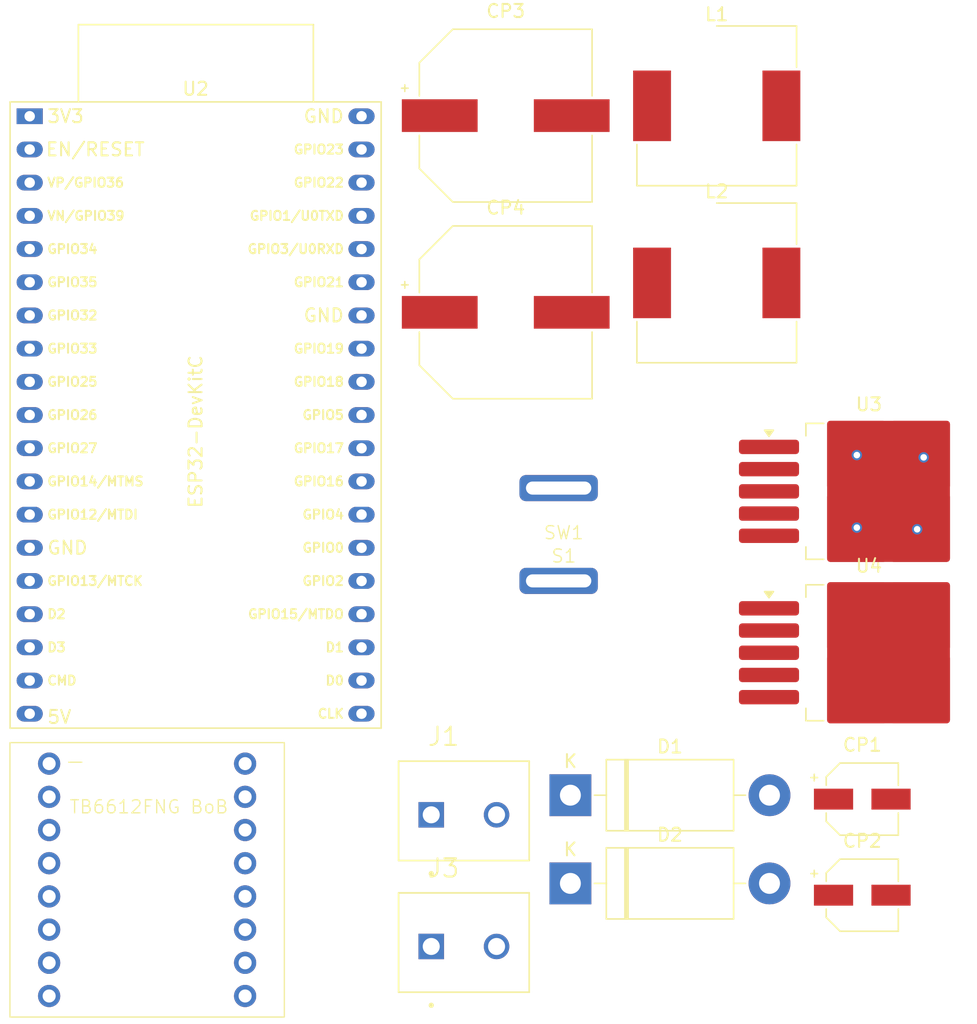
<source format=kicad_pcb>
(kicad_pcb (version 20240108) (generator "pcbnew") (generator_version "8.0")
  (layers (0 "F.Cu" signal) (31 "B.Cu" signal) (34 "B.Paste" user) (35 "F.Paste" user) (36 "B.SilkS" user "B.Silkscreen") (37 "F.SilkS" user "F.Silkscreen") (38 "B.Mask" user) (39 "F.Mask" user) (44 "Edge.Cuts" user))
  (net 0 "")
  (net 32 "Net-(U2-GND-Pad14)")
  (net 53 "Net-(D1-A)")
  (net 54 "Net-(J1-Pin_1)")
  (net 55 "Net-(J3-Pin_1)")
  (net 56 "Net-(U4-FB)")
  (net 57 "Net-(D1-K)")
  (net 58 "Net-(D2-K)")
  (footprint "terminal:CUI_TB002-500-02BE" (layer "F.Cu") (at 150.81 117.425)
    (property "Reference" "J3" (at 0.945 -5.989 0) (layer "F.SilkS") (effects (font (size 1.4 1.4))))
    (property "Value" "Screw_Terminal_01x02")
    (fp_line (start -2.5 -4.1) (end 7.5 -4.1) (stroke (width 0.127)) (layer "F.SilkS"))
    (fp_line (start -2.5 3.5) (end -2.5 -4.1) (stroke (width 0.127)) (layer "F.SilkS"))
    (fp_line (start 7.5 -4.1) (end 7.5 3.5) (stroke (width 0.127)) (layer "F.SilkS"))
    (fp_line (start 7.5 3.5) (end -2.5 3.5) (stroke (width 0.127)) (layer "F.SilkS"))
    (fp_circle (center 0 4.5) (end 0.1 4.5) (stroke (width 0.2)) (fill none) (layer "F.SilkS"))
    (pad "1" thru_hole rect (at 0 0) (size 1.95 1.95) (drill 1.3) (layers "*.Cu" "*.Mask") (net 55 "Net-(J3-Pin_1)"))
    (pad "2" thru_hole circle (at 5 0) (size 1.95 1.95) (drill 1.3) (layers "*.Cu" "*.Mask") (net 53 "Net-(D1-A)"))
  )
  (footprint "WurthE:CP_Wurth_WCAP-PSLP-D5L5.5" (layer "F.Cu") (at 183.8 113.5)
    (property "Reference" "CP2" (at 0 -4.15 0) (layer "F.SilkS"))
    (property "Value" "D5L5.5_875105242010")
    (fp_line (start -3.675 -1.4) (end -3.675 -1.9) (stroke (width 0.12)) (layer "F.SilkS"))
    (fp_line (start -3.425 -1.65) (end -3.925 -1.65) (stroke (width 0.12)) (layer "F.SilkS"))
    (fp_line (start -2.76 -1.7) (end -2.76 -1.06) (stroke (width 0.12)) (layer "F.SilkS"))
    (fp_line (start -2.76 -1.7) (end -1.7 -2.76) (stroke (width 0.12)) (layer "F.SilkS"))
    (fp_line (start -2.76 1.7) (end -2.76 1.06) (stroke (width 0.12)) (layer "F.SilkS"))
    (fp_line (start -2.76 1.7) (end -1.7 2.76) (stroke (width 0.12)) (layer "F.SilkS"))
    (fp_line (start -1.7 -2.76) (end 2.76 -2.76) (stroke (width 0.12)) (layer "F.SilkS"))
    (fp_line (start -1.7 2.76) (end 2.76 2.76) (stroke (width 0.12)) (layer "F.SilkS"))
    (fp_line (start 2.76 -2.76) (end 2.76 -1.06) (stroke (width 0.12)) (layer "F.SilkS"))
    (fp_line (start 2.76 1.06) (end 2.76 2.76) (stroke (width 0.12)) (layer "F.SilkS"))
    (pad "1" smd rect (at -2.2 0) (size 3 1.6) (layers "F.Cu" "F.Paste" "F.Mask") (net 54 "Net-(J1-Pin_1)"))
    (pad "2" smd rect (at 2.2 0) (size 3 1.6) (layers "F.Cu" "F.Paste" "F.Mask") (net 53 "Net-(D1-A)"))
  )
  (footprint "Diode_THT:D_DO-201AD_P15.24mm_Horizontal" (layer "F.Cu") (at 161.46 112.6)
    (property "Reference" "D2" (at 7.62 -3.72 0) (layer "F.SilkS"))
    (property "Value" "1N5822")
    (fp_line (start 1.84 0) (end 2.75 0) (stroke (width 0.12)) (layer "F.SilkS"))
    (fp_line (start 2.75 -2.72) (end 2.75 2.72) (stroke (width 0.12)) (layer "F.SilkS"))
    (fp_line (start 2.75 2.72) (end 12.49 2.72) (stroke (width 0.12)) (layer "F.SilkS"))
    (fp_line (start 4.175 -2.72) (end 4.175 2.72) (stroke (width 0.12)) (layer "F.SilkS"))
    (fp_line (start 4.295 -2.72) (end 4.295 2.72) (stroke (width 0.12)) (layer "F.SilkS"))
    (fp_line (start 4.415 -2.72) (end 4.415 2.72) (stroke (width 0.12)) (layer "F.SilkS"))
    (fp_line (start 12.49 -2.72) (end 2.75 -2.72) (stroke (width 0.12)) (layer "F.SilkS"))
    (fp_line (start 12.49 2.72) (end 12.49 -2.72) (stroke (width 0.12)) (layer "F.SilkS"))
    (fp_line (start 13.4 0) (end 12.49 0) (stroke (width 0.12)) (layer "F.SilkS"))
    (fp_text user "K" (at 0 -2.6 0) (layer "F.SilkS"))
    (pad "1" thru_hole rect (at 0 0) (size 3.2 3.2) (drill 1.6) (layers "*.Cu" "*.Mask") (net 58 "Net-(D2-K)"))
    (pad "2" thru_hole oval (at 15.24 0) (size 3.2 3.2) (drill 1.6) (layers "*.Cu" "*.Mask") (net 53 "Net-(D1-A)"))
  )
  (footprint "WurthE:CP_Wurth_WCAP-ASLI-D12.5L14" (layer "F.Cu") (at 156.51 68.9)
    (property "Reference" "CP4" (at 0 -8 0) (layer "F.SilkS"))
    (property "Value" "D12.5L14_865080462016")
    (fp_line (start -7.725 -1.85) (end -7.725 -2.35) (stroke (width 0.12)) (layer "F.SilkS"))
    (fp_line (start -7.475 -2.1) (end -7.975 -2.1) (stroke (width 0.12)) (layer "F.SilkS"))
    (fp_line (start -6.61 -4.05) (end -6.61 -1.51) (stroke (width 0.12)) (layer "F.SilkS"))
    (fp_line (start -6.61 -4.05) (end -4.05 -6.61) (stroke (width 0.12)) (layer "F.SilkS"))
    (fp_line (start -6.61 4.05) (end -6.61 1.51) (stroke (width 0.12)) (layer "F.SilkS"))
    (fp_line (start -6.61 4.05) (end -4.05 6.61) (stroke (width 0.12)) (layer "F.SilkS"))
    (fp_line (start -4.05 -6.61) (end 6.61 -6.61) (stroke (width 0.12)) (layer "F.SilkS"))
    (fp_line (start -4.05 6.61) (end 6.61 6.61) (stroke (width 0.12)) (layer "F.SilkS"))
    (fp_line (start 6.61 -6.61) (end 6.61 -1.51) (stroke (width 0.12)) (layer "F.SilkS"))
    (fp_line (start 6.61 1.51) (end 6.61 6.61) (stroke (width 0.12)) (layer "F.SilkS"))
    (pad "1" smd rect (at -5.05 0) (size 5.8 2.5) (layers "F.Cu" "F.Paste" "F.Mask") (net 56 "Net-(U4-FB)"))
    (pad "2" smd rect (at 5.05 0) (size 5.8 2.5) (layers "F.Cu" "F.Paste" "F.Mask") (net 53 "Net-(D1-A)"))
  )
  (footprint "WurthE:CP_Wurth_WCAP-PSLP-D5L5.5" (layer "F.Cu") (at 183.8 106.15)
    (property "Reference" "CP1" (at 0 -4.15 0) (layer "F.SilkS"))
    (property "Value" "D5L5.5_875105242010")
    (fp_line (start -3.675 -1.4) (end -3.675 -1.9) (stroke (width 0.12)) (layer "F.SilkS"))
    (fp_line (start -3.425 -1.65) (end -3.925 -1.65) (stroke (width 0.12)) (layer "F.SilkS"))
    (fp_line (start -2.76 -1.7) (end -2.76 -1.06) (stroke (width 0.12)) (layer "F.SilkS"))
    (fp_line (start -2.76 -1.7) (end -1.7 -2.76) (stroke (width 0.12)) (layer "F.SilkS"))
    (fp_line (start -2.76 1.7) (end -2.76 1.06) (stroke (width 0.12)) (layer "F.SilkS"))
    (fp_line (start -2.76 1.7) (end -1.7 2.76) (stroke (width 0.12)) (layer "F.SilkS"))
    (fp_line (start -1.7 -2.76) (end 2.76 -2.76) (stroke (width 0.12)) (layer "F.SilkS"))
    (fp_line (start -1.7 2.76) (end 2.76 2.76) (stroke (width 0.12)) (layer "F.SilkS"))
    (fp_line (start 2.76 -2.76) (end 2.76 -1.06) (stroke (width 0.12)) (layer "F.SilkS"))
    (fp_line (start 2.76 1.06) (end 2.76 2.76) (stroke (width 0.12)) (layer "F.SilkS"))
    (pad "1" smd rect (at -2.2 0) (size 3 1.6) (layers "F.Cu" "F.Paste" "F.Mask") (net 54 "Net-(J1-Pin_1)"))
    (pad "2" smd rect (at 2.2 0) (size 3 1.6) (layers "F.Cu" "F.Paste" "F.Mask") (net 53 "Net-(D1-A)"))
  )
  (footprint "WE-PD:L_Wurth_WE-PD-1245" (layer "F.Cu") (at 172.66 66.65)
    (property "Reference" "L2" (at 0 -7 0) (layer "F.SilkS"))
    (property "Value" "1245_7447715101 (100uH)")
    (fp_line (start -6.11 6.11) (end -6.11 2.96) (stroke (width 0.12)) (layer "F.SilkS"))
    (fp_line (start -6.11 6.11) (end 6.11 6.11) (stroke (width 0.12)) (layer "F.SilkS"))
    (fp_line (start 0 -6.11) (end 6.11 -6.11) (stroke (width 0.12)) (layer "F.SilkS"))
    (fp_line (start 6.11 -6.11) (end 6.11 -2.96) (stroke (width 0.12)) (layer "F.SilkS"))
    (fp_line (start 6.11 2.96) (end 6.11 6.11) (stroke (width 0.12)) (layer "F.SilkS"))
    (pad "1" smd rect (at -4.95 0) (size 2.9 5.4) (layers "F.Cu" "F.Paste" "F.Mask") (net 58 "Net-(D2-K)"))
    (pad "2" smd rect (at 4.95 0) (size 2.9 5.4) (layers "F.Cu" "F.Paste" "F.Mask") (net 55 "Net-(J3-Pin_1)"))
  )
  (footprint "PCM_Espressif:ESP32-DevKitC" (layer "F.Cu") (at 120.075 53.89812)
    (property "Reference" "U2" (at 12.7 -2.1 0) (layer "F.SilkS"))
    (property "Value" "ESP32-DevKitC" (at 12.7 24.13 90) (layer "F.SilkS"))
    (fp_line (start -1.5 46.82) (end 26.899999 46.82) (stroke (width 0.12)) (layer "F.SilkS"))
    (fp_line (start -1.499999 -1.1) (end -1.5 46.82) (stroke (width 0.12)) (layer "F.SilkS"))
    (fp_line (start 3.73012 -7.01312) (end 21.71332 -7.01312) (stroke (width 0.12)) (layer "F.SilkS"))
    (fp_line (start 3.73012 -1.12032) (end 3.73012 -7.01312) (stroke (width 0.12)) (layer "F.SilkS"))
    (fp_line (start 21.71332 -7.01312) (end 21.71332 -1.12032) (stroke (width 0.12)) (layer "F.SilkS"))
    (fp_line (start 26.899999 46.82) (end 26.9 -1.1) (stroke (width 0.12)) (layer "F.SilkS"))
    (fp_line (start 26.9 -1.1) (end -1.499999 -1.1) (stroke (width 0.12)) (layer "F.SilkS"))
    (fp_text user "GPIO27" (at 1.27 25.4 0) (layer "F.SilkS") (effects (font (size 0.7 0.7)) (justify left)))
    (fp_text user "GPIO19" (at 24.13 17.78 0) (layer "F.SilkS") (effects (font (size 0.7 0.7)) (justify right)))
    (fp_text user "GPIO18" (at 24.13 20.32 0) (layer "F.SilkS") (effects (font (size 0.7 0.7)) (justify right)))
    (fp_text user "GPIO15/MTDO" (at 24.13 38.1 0) (layer "F.SilkS") (effects (font (size 0.7 0.7)) (justify right)))
    (fp_text user "GPIO17" (at 24.13 25.4 0) (layer "F.SilkS") (effects (font (size 0.7 0.7)) (justify right)))
    (fp_text user "GPIO16" (at 24.13 27.94 0) (layer "F.SilkS") (effects (font (size 0.7 0.7)) (justify right)))
    (fp_text user "GPIO2" (at 24.13 35.56 0) (layer "F.SilkS") (effects (font (size 0.7 0.7)) (justify right)))
    (fp_text user "GPIO26" (at 1.27 22.86 0) (layer "F.SilkS") (effects (font (size 0.7 0.7)) (justify left)))
    (fp_text user "GND" (at 24.13 15.24 0) (layer "F.SilkS") (effects (justify right)))
    (fp_text user "EN/RESET" (at 8.88632 2.53728 0) (layer "F.SilkS") (effects (justify right)))
    (fp_text user "GPIO21" (at 24.13 12.7 0) (layer "F.SilkS") (effects (font (size 0.7 0.7)) (justify right)))
    (fp_text user "GPIO3/U0RXD" (at 24.13 10.16 0) (layer "F.SilkS") (effects (font (size 0.7 0.7)) (justify right)))
    (fp_text user "GPIO34" (at 1.27 10.16 0) (layer "F.SilkS") (effects (font (size 0.7 0.7)) (justify left)))
    (fp_text user "GPIO14/MTMS" (at 1.27 27.94 0) (layer "F.SilkS") (effects (font (size 0.7 0.7)) (justify left)))
    (fp_text user "GPIO0" (at 24.13 33.02 0) (layer "F.SilkS") (effects (font (size 0.7 0.7)) (justify right)))
    (fp_text user "GND" (at 24.13 0 0) (layer "F.SilkS") (effects (justify right)))
    (fp_text user "GPIO33" (at 1.27 17.78 0) (layer "F.SilkS") (effects (font (size 0.7 0.7)) (justify left)))
    (fp_text user "D1" (at 24.13 40.64 0) (layer "F.SilkS") (effects (font (size 0.7 0.7)) (justify right)))
    (fp_text user "GPIO25" (at 1.27 20.32 0) (layer "F.SilkS") (effects (font (size 0.7 0.7)) (justify left)))
    (fp_text user "GPIO12/MTDI" (at 1.27 30.48 0) (layer "F.SilkS") (effects (font (size 0.7 0.7)) (justify left)))
    (fp_text user "GPIO4" (at 24.13 30.48 0) (layer "F.SilkS") (effects (font (size 0.7 0.7)) (justify right)))
    (fp_text user "GPIO23" (at 24.13 2.54 0) (layer "F.SilkS") (effects (font (size 0.7 0.7)) (justify right)))
    (fp_text user "GPIO32" (at 1.27 15.24 0) (layer "F.SilkS") (effects (font (size 0.7 0.7)) (justify left)))
    (fp_text user "GPIO5" (at 24.13 22.86 0) (layer "F.SilkS") (effects (font (size 0.7 0.7)) (justify right)))
    (fp_text user "CLK" (at 24.13 45.72 0) (layer "F.SilkS") (effects (font (size 0.7 0.7)) (justify right)))
    (fp_text user "GND" (at 1.27 33.02 0) (layer "F.SilkS") (effects (justify left)))
    (fp_text user "D0" (at 24.13 43.18 0) (layer "F.SilkS") (effects (font (size 0.7 0.7)) (justify right)))
    (fp_text user "VN/GPIO39" (at 1.27 7.62 0) (layer "F.SilkS") (effects (font (size 0.7 0.7)) (justify left)))
    (fp_text user "GPIO1/U0TXD" (at 24.13 7.62 0) (layer "F.SilkS") (effects (font (size 0.7 0.7)) (justify right)))
    (fp_text user "GPIO22" (at 24.13 5.08 0) (layer "F.SilkS") (effects (font (size 0.7 0.7)) (justify right)))
    (fp_text user "D2" (at 1.27 38.1 0) (layer "F.SilkS") (effects (font (size 0.7 0.7)) (justify left)))
    (fp_text user "VP/GPIO36" (at 1.27 5.08 0) (layer "F.SilkS") (effects (font (size 0.7 0.7)) (justify left)))
    (fp_text user "3V3" (at 1.27 0 0) (layer "F.SilkS") (effects (justify left)))
    (fp_text user "CMD" (at 1.27 43.18 0) (layer "F.SilkS") (effects (font (size 0.7 0.7)) (justify left)))
    (fp_text user "GPIO13/MTCK" (at 1.27 35.56 0) (layer "F.SilkS") (effects (font (size 0.7 0.7)) (justify left)))
    (fp_text user "GPIO35" (at 1.27 12.7 0) (layer "F.SilkS") (effects (font (size 0.7 0.7)) (justify left)))
    (fp_text user "5V" (at 1.26632 45.97128 0) (layer "F.SilkS") (effects (justify left)))
    (fp_text user "D3" (at 1.27 40.64 0) (layer "F.SilkS") (effects (font (size 0.7 0.7)) (justify left)))
    (pad "1" thru_hole rect (at 0 0 270) (size 1.2 2) (drill 0.8) (layers "*.Cu" "*.Mask"))
    (pad "2" thru_hole oval (at 0 2.54 270) (size 1.2 2) (drill 0.8) (layers "*.Cu" "*.Mask"))
    (pad "3" thru_hole oval (at 0 5.08 270) (size 1.2 2) (drill 0.8) (layers "*.Cu" "*.Mask"))
    (pad "4" thru_hole oval (at 0 7.62 270) (size 1.2 2) (drill 0.8) (layers "*.Cu" "*.Mask"))
    (pad "5" thru_hole oval (at 0 10.16 270) (size 1.2 2) (drill 0.8) (layers "*.Cu" "*.Mask"))
    (pad "6" thru_hole oval (at 0 12.7 270) (size 1.2 2) (drill 0.8) (layers "*.Cu" "*.Mask"))
    (pad "7" thru_hole oval (at 0 15.24 270) (size 1.2 2) (drill 0.8) (layers "*.Cu" "*.Mask"))
    (pad "8" thru_hole oval (at 0 17.78 270) (size 1.2 2) (drill 0.8) (layers "*.Cu" "*.Mask"))
    (pad "9" thru_hole oval (at 0 20.32 270) (size 1.2 2) (drill 0.8) (layers "*.Cu" "*.Mask"))
    (pad "10" thru_hole oval (at 0 22.86 270) (size 1.2 2) (drill 0.8) (layers "*.Cu" "*.Mask"))
    (pad "11" thru_hole oval (at 0 25.4 270) (size 1.2 2) (drill 0.8) (layers "*.Cu" "*.Mask"))
    (pad "12" thru_hole oval (at 0 27.94 270) (size 1.2 2) (drill 0.8) (layers "*.Cu" "*.Mask"))
    (pad "13" thru_hole oval (at 0 30.48 270) (size 1.2 2) (drill 0.8) (layers "*.Cu" "*.Mask"))
    (pad "14" thru_hole oval (at 0 33.02 270) (size 1.2 2) (drill 0.8) (layers "*.Cu" "*.Mask") (net 32 "Net-(U2-GND-Pad14)"))
    (pad "15" thru_hole oval (at 0 35.56 270) (size 1.2 2) (drill 0.8) (layers "*.Cu" "*.Mask"))
    (pad "16" thru_hole oval (at 0 38.1 270) (size 1.2 2) (drill 0.8) (layers "*.Cu" "*.Mask"))
    (pad "17" thru_hole oval (at 0 40.64 270) (size 1.2 2) (drill 0.8) (layers "*.Cu" "*.Mask"))
    (pad "18" thru_hole oval (at 0 43.18 270) (size 1.2 2) (drill 0.8) (layers "*.Cu" "*.Mask"))
    (pad "19" thru_hole oval (at 0 45.72 270) (size 1.2 2) (drill 0.8) (layers "*.Cu" "*.Mask"))
    (pad "20" thru_hole oval (at 25.39632 45.71728 270) (size 1.2 2) (drill 0.8) (layers "*.Cu" "*.Mask"))
    (pad "21" thru_hole oval (at 25.39632 43.17728 270) (size 1.2 2) (drill 0.8) (layers "*.Cu" "*.Mask"))
    (pad "22" thru_hole oval (at 25.4 40.64 270) (size 1.2 2) (drill 0.8) (layers "*.Cu" "*.Mask"))
    (pad "23" thru_hole oval (at 25.4 38.1 270) (size 1.2 2) (drill 0.8) (layers "*.Cu" "*.Mask"))
    (pad "24" thru_hole oval (at 25.4 35.56 270) (size 1.2 2) (drill 0.8) (layers "*.Cu" "*.Mask"))
    (pad "25" thru_hole oval (at 25.4 33.02 270) (size 1.2 2) (drill 0.8) (layers "*.Cu" "*.Mask"))
    (pad "26" thru_hole oval (at 25.4 30.48 270) (size 1.2 2) (drill 0.8) (layers "*.Cu" "*.Mask"))
    (pad "27" thru_hole oval (at 25.4 27.94 270) (size 1.2 2) (drill 0.8) (layers "*.Cu" "*.Mask"))
    (pad "28" thru_hole oval (at 25.4 25.4 270) (size 1.2 2) (drill 0.8) (layers "*.Cu" "*.Mask"))
    (pad "29" thru_hole oval (at 25.4 22.86 270) (size 1.2 2) (drill 0.8) (layers "*.Cu" "*.Mask"))
    (pad "30" thru_hole oval (at 25.4 20.32 270) (size 1.2 2) (drill 0.8) (layers "*.Cu" "*.Mask"))
    (pad "31" thru_hole oval (at 25.4 17.78 270) (size 1.2 2) (drill 0.8) (layers "*.Cu" "*.Mask"))
    (pad "32" thru_hole oval (at 25.4 15.24 270) (size 1.2 2) (drill 0.8) (layers "*.Cu" "*.Mask") (net 32 "Net-(U2-GND-Pad14)"))
    (pad "33" thru_hole oval (at 25.4 12.7 270) (size 1.2 2) (drill 0.8) (layers "*.Cu" "*.Mask"))
    (pad "34" thru_hole oval (at 25.4 10.16 270) (size 1.2 2) (drill 0.8) (layers "*.Cu" "*.Mask"))
    (pad "35" thru_hole oval (at 25.4 7.62 270) (size 1.2 2) (drill 0.8) (layers "*.Cu" "*.Mask"))
    (pad "36" thru_hole oval (at 25.4 5.08 270) (size 1.2 2) (drill 0.8) (layers "*.Cu" "*.Mask"))
    (pad "37" thru_hole oval (at 25.4 2.54 270) (size 1.2 2) (drill 0.8) (layers "*.Cu" "*.Mask"))
    (pad "38" thru_hole oval (at 25.4 0 270) (size 1.2 2) (drill 0.8) (layers "*.Cu" "*.Mask") (net 32 "Net-(U2-GND-Pad14)"))
  )
  (footprint "custom:TB6612FNG_BoB" (layer "F.Cu") (at 129.065 112.325)
    (property "Reference" "U1" (hide yes))
    (property "Value" "~" (hide yes))
    (fp_line (start -6 -9) (end -5 -9) (stroke (width 0.1)) (layer "F.SilkS"))
    (fp_rect (start -10.5 -10.5) (end 10.5 10.5) (stroke (width 0.1)) (fill none) (layer "F.SilkS"))
    (fp_text user "TB6612FNG BoB" (at -6 -5 0) (layer "F.SilkS") (effects (font (thickness 0.1)) (justify left bottom)))
    (pad "1" thru_hole circle (at -7.5 -8.89) (size 1.7 1.7) (drill 1) (layers "*.Cu" "*.Mask"))
    (pad "2" thru_hole circle (at -7.5 -6.35) (size 1.7 1.7) (drill 1) (layers "*.Cu" "*.Mask"))
    (pad "3" thru_hole circle (at -7.5 -3.81) (size 1.7 1.7) (drill 1) (layers "*.Cu" "*.Mask"))
    (pad "4" thru_hole circle (at -7.5 -1.27) (size 1.7 1.7) (drill 1) (layers "*.Cu" "*.Mask"))
    (pad "5" thru_hole circle (at -7.5 1.27) (size 1.7 1.7) (drill 1) (layers "*.Cu" "*.Mask"))
    (pad "6" thru_hole circle (at -7.5 3.81) (size 1.7 1.7) (drill 1) (layers "*.Cu" "*.Mask"))
    (pad "7" thru_hole circle (at -7.5 6.35) (size 1.7 1.7) (drill 1) (layers "*.Cu" "*.Mask"))
    (pad "8" thru_hole circle (at -7.5 8.89) (size 1.7 1.7) (drill 1) (layers "*.Cu" "*.Mask"))
    (pad "9" thru_hole circle (at 7.5 8.89) (size 1.7 1.7) (drill 1) (layers "*.Cu" "*.Mask"))
    (pad "10" thru_hole circle (at 7.5 6.35) (size 1.7 1.7) (drill 1) (layers "*.Cu" "*.Mask"))
    (pad "11" thru_hole circle (at 7.5 3.81) (size 1.7 1.7) (drill 1) (layers "*.Cu" "*.Mask"))
    (pad "12" thru_hole circle (at 7.5 1.27) (size 1.7 1.7) (drill 1) (layers "*.Cu" "*.Mask"))
    (pad "13" thru_hole circle (at 7.5 -1.27) (size 1.7 1.7) (drill 1) (layers "*.Cu" "*.Mask"))
    (pad "14" thru_hole circle (at 7.5 -3.81) (size 1.7 1.7) (drill 1) (layers "*.Cu" "*.Mask"))
    (pad "15" thru_hole circle (at 7.5 -6.35) (size 1.7 1.7) (drill 1) (layers "*.Cu" "*.Mask"))
    (pad "16" thru_hole circle (at 7.5 -8.89) (size 1.7 1.7) (drill 1) (layers "*.Cu" "*.Mask"))
  )
  (footprint "terminal:CUI_TB002-500-02BE" (layer "F.Cu") (at 150.81 107.35)
    (property "Reference" "J1" (at 0.945 -5.989 0) (layer "F.SilkS") (effects (font (size 1.4 1.4))))
    (property "Value" "Screw_Terminal_01x02")
    (fp_line (start -2.5 -4.1) (end 7.5 -4.1) (stroke (width 0.127)) (layer "F.SilkS"))
    (fp_line (start -2.5 3.5) (end -2.5 -4.1) (stroke (width 0.127)) (layer "F.SilkS"))
    (fp_line (start 7.5 -4.1) (end 7.5 3.5) (stroke (width 0.127)) (layer "F.SilkS"))
    (fp_line (start 7.5 3.5) (end -2.5 3.5) (stroke (width 0.127)) (layer "F.SilkS"))
    (fp_circle (center 0 4.5) (end 0.1 4.5) (stroke (width 0.2)) (fill none) (layer "F.SilkS"))
    (pad "1" thru_hole rect (at 0 0) (size 1.95 1.95) (drill 1.3) (layers "*.Cu" "*.Mask") (net 54 "Net-(J1-Pin_1)"))
    (pad "2" thru_hole circle (at 5 0) (size 1.95 1.95) (drill 1.3) (layers "*.Cu" "*.Mask") (net 53 "Net-(D1-A)"))
  )
  (footprint "Diode_THT:D_DO-201AD_P15.24mm_Horizontal" (layer "F.Cu") (at 161.46 105.85)
    (property "Reference" "D1" (at 7.62 -3.72 0) (layer "F.SilkS"))
    (property "Value" "1N5822")
    (fp_line (start 1.84 0) (end 2.75 0) (stroke (width 0.12)) (layer "F.SilkS"))
    (fp_line (start 2.75 -2.72) (end 2.75 2.72) (stroke (width 0.12)) (layer "F.SilkS"))
    (fp_line (start 2.75 2.72) (end 12.49 2.72) (stroke (width 0.12)) (layer "F.SilkS"))
    (fp_line (start 4.175 -2.72) (end 4.175 2.72) (stroke (width 0.12)) (layer "F.SilkS"))
    (fp_line (start 4.295 -2.72) (end 4.295 2.72) (stroke (width 0.12)) (layer "F.SilkS"))
    (fp_line (start 4.415 -2.72) (end 4.415 2.72) (stroke (width 0.12)) (layer "F.SilkS"))
    (fp_line (start 12.49 -2.72) (end 2.75 -2.72) (stroke (width 0.12)) (layer "F.SilkS"))
    (fp_line (start 12.49 2.72) (end 12.49 -2.72) (stroke (width 0.12)) (layer "F.SilkS"))
    (fp_line (start 13.4 0) (end 12.49 0) (stroke (width 0.12)) (layer "F.SilkS"))
    (fp_text user "K" (at 0 -2.6 0) (layer "F.SilkS"))
    (pad "1" thru_hole rect (at 0 0) (size 3.2 3.2) (drill 1.6) (layers "*.Cu" "*.Mask") (net 57 "Net-(D1-K)"))
    (pad "2" thru_hole oval (at 15.24 0) (size 3.2 3.2) (drill 1.6) (layers "*.Cu" "*.Mask") (net 53 "Net-(D1-A)"))
  )
  (footprint "WurthE:CP_Wurth_WCAP-ASLI-D12.5L14" (layer "F.Cu") (at 156.51 53.85)
    (property "Reference" "CP3" (at 0 -8 0) (layer "F.SilkS"))
    (property "Value" "D12.5L14_865080462016")
    (fp_line (start -7.725 -1.85) (end -7.725 -2.35) (stroke (width 0.12)) (layer "F.SilkS"))
    (fp_line (start -7.475 -2.1) (end -7.975 -2.1) (stroke (width 0.12)) (layer "F.SilkS"))
    (fp_line (start -6.61 -4.05) (end -6.61 -1.51) (stroke (width 0.12)) (layer "F.SilkS"))
    (fp_line (start -6.61 -4.05) (end -4.05 -6.61) (stroke (width 0.12)) (layer "F.SilkS"))
    (fp_line (start -6.61 4.05) (end -6.61 1.51) (stroke (width 0.12)) (layer "F.SilkS"))
    (fp_line (start -6.61 4.05) (end -4.05 6.61) (stroke (width 0.12)) (layer "F.SilkS"))
    (fp_line (start -4.05 -6.61) (end 6.61 -6.61) (stroke (width 0.12)) (layer "F.SilkS"))
    (fp_line (start -4.05 6.61) (end 6.61 6.61) (stroke (width 0.12)) (layer "F.SilkS"))
    (fp_line (start 6.61 -6.61) (end 6.61 -1.51) (stroke (width 0.12)) (layer "F.SilkS"))
    (fp_line (start 6.61 1.51) (end 6.61 6.61) (stroke (width 0.12)) (layer "F.SilkS"))
    (pad "1" smd rect (at -5.05 0) (size 5.8 2.5) (layers "F.Cu" "F.Paste" "F.Mask") (net 55 "Net-(J3-Pin_1)"))
    (pad "2" smd rect (at 5.05 0) (size 5.8 2.5) (layers "F.Cu" "F.Paste" "F.Mask") (net 53 "Net-(D1-A)"))
  )
  (footprint "Package_TO_SOT_SMD:TO-263-5_TabPin3" (layer "F.Cu") (at 184.31 82.6)
    (property "Reference" "U3" (at 0 -6.65 0) (layer "F.SilkS"))
    (property "Value" "LM2576HVS-3.3")
    (fp_line (start -4.825 -5.2) (end -4.825 -4.25) (stroke (width 0.12)) (layer "F.SilkS"))
    (fp_line (start -4.825 5.2) (end -4.825 4.25) (stroke (width 0.12)) (layer "F.SilkS"))
    (fp_line (start -3.46 -5.2) (end -4.825 -5.2) (stroke (width 0.12)) (layer "F.SilkS"))
    (fp_line (start -3.46 5.2) (end -4.825 5.2) (stroke (width 0.12)) (layer "F.SilkS"))
    (fp_poly (pts (xy -7.65 -4.21) (xy -7.99 -4.68) (xy -7.31 -4.68) (xy -7.65 -4.21)) (stroke (width 0.12)) (fill solid) (layer "F.SilkS"))
    (pad "1" smd roundrect (at -7.65 -3.4) (size 4.6 1.1) (layers "F.Cu" "F.Paste" "F.Mask") (roundrect_rratio 0.227273) (net 54 "Net-(J1-Pin_1)"))
    (pad "2" smd roundrect (at -7.65 -1.7) (size 4.6 1.1) (layers "F.Cu" "F.Paste" "F.Mask") (roundrect_rratio 0.227273) (net 58 "Net-(D2-K)"))
    (pad "3" smd roundrect (at -7.65 0) (size 4.6 1.1) (layers "F.Cu" "F.Paste" "F.Mask") (roundrect_rratio 0.227273) (net 53 "Net-(D1-A)"))
    (pad "3" smd roundrect (at -0.925 -2.775) (size 4.55 5.25) (layers "F.Cu" "F.Paste") (roundrect_rratio 0.054945) (net 53 "Net-(D1-A)"))
    (pad "3" smd roundrect (at -0.925 2.775) (size 4.55 5.25) (layers "F.Cu" "F.Paste") (roundrect_rratio 0.054945) (net 53 "Net-(D1-A)"))
    (pad "3" smd roundrect (at 1.5 0) (size 9.4 10.8) (layers "F.Cu" "F.Mask") (roundrect_rratio 0.026596) (net 53 "Net-(D1-A)"))
    (pad "3" smd roundrect (at 3.925 -2.775) (size 4.55 5.25) (layers "F.Cu" "F.Paste") (roundrect_rratio 0.054945) (net 53 "Net-(D1-A)"))
    (pad "3" smd roundrect (at 3.925 2.775) (size 4.55 5.25) (layers "F.Cu" "F.Paste") (roundrect_rratio 0.054945) (net 53 "Net-(D1-A)"))
    (pad "4" smd roundrect (at -7.65 1.7) (size 4.6 1.1) (layers "F.Cu" "F.Paste" "F.Mask") (roundrect_rratio 0.227273) (net 55 "Net-(J3-Pin_1)"))
    (pad "5" smd roundrect (at -7.65 3.4) (size 4.6 1.1) (layers "F.Cu" "F.Paste" "F.Mask") (roundrect_rratio 0.227273) (net 53 "Net-(D1-A)"))
  )
  (footprint "WE-PD:L_Wurth_WE-PD-1245" (layer "F.Cu") (at 172.66 53.1)
    (property "Reference" "L1" (at 0 -7 0) (layer "F.SilkS"))
    (property "Value" "100uH")
    (fp_line (start -6.11 6.11) (end -6.11 2.96) (stroke (width 0.12)) (layer "F.SilkS"))
    (fp_line (start -6.11 6.11) (end 6.11 6.11) (stroke (width 0.12)) (layer "F.SilkS"))
    (fp_line (start 0 -6.11) (end 6.11 -6.11) (stroke (width 0.12)) (layer "F.SilkS"))
    (fp_line (start 6.11 -6.11) (end 6.11 -2.96) (stroke (width 0.12)) (layer "F.SilkS"))
    (fp_line (start 6.11 2.96) (end 6.11 6.11) (stroke (width 0.12)) (layer "F.SilkS"))
    (pad "1" smd rect (at -4.95 0) (size 2.9 5.4) (layers "F.Cu" "F.Paste" "F.Mask") (net 57 "Net-(D1-K)"))
    (pad "2" smd rect (at 4.95 0) (size 2.9 5.4) (layers "F.Cu" "F.Paste" "F.Mask") (net 56 "Net-(U4-FB)"))
  )
  (footprint "Package_TO_SOT_SMD:TO-263-5_TabPin3" (layer "F.Cu") (at 184.31 94.95)
    (property "Reference" "U4" (at 0 -6.65 0) (layer "F.SilkS"))
    (property "Value" "LM2576HVS-5")
    (fp_line (start -4.825 -5.2) (end -4.825 -4.25) (stroke (width 0.12)) (layer "F.SilkS"))
    (fp_line (start -4.825 5.2) (end -4.825 4.25) (stroke (width 0.12)) (layer "F.SilkS"))
    (fp_line (start -3.46 -5.2) (end -4.825 -5.2) (stroke (width 0.12)) (layer "F.SilkS"))
    (fp_line (start -3.46 5.2) (end -4.825 5.2) (stroke (width 0.12)) (layer "F.SilkS"))
    (fp_poly (pts (xy -7.65 -4.21) (xy -7.99 -4.68) (xy -7.31 -4.68) (xy -7.65 -4.21)) (stroke (width 0.12)) (fill solid) (layer "F.SilkS"))
    (pad "1" smd roundrect (at -7.65 -3.4) (size 4.6 1.1) (layers "F.Cu" "F.Paste" "F.Mask") (roundrect_rratio 0.227273) (net 54 "Net-(J1-Pin_1)"))
    (pad "2" smd roundrect (at -7.65 -1.7) (size 4.6 1.1) (layers "F.Cu" "F.Paste" "F.Mask") (roundrect_rratio 0.227273) (net 57 "Net-(D1-K)"))
    (pad "3" smd roundrect (at -7.65 0) (size 4.6 1.1) (layers "F.Cu" "F.Paste" "F.Mask") (roundrect_rratio 0.227273) (net 53 "Net-(D1-A)"))
    (pad "3" smd roundrect (at -0.925 -2.775) (size 4.55 5.25) (layers "F.Cu" "F.Paste") (roundrect_rratio 0.054945) (net 53 "Net-(D1-A)"))
    (pad "3" smd roundrect (at -0.925 2.775) (size 4.55 5.25) (layers "F.Cu" "F.Paste") (roundrect_rratio 0.054945) (net 53 "Net-(D1-A)"))
    (pad "3" smd roundrect (at 1.5 0) (size 9.4 10.8) (layers "F.Cu" "F.Mask") (roundrect_rratio 0.026596) (net 53 "Net-(D1-A)"))
    (pad "3" smd roundrect (at 3.925 -2.775) (size 4.55 5.25) (layers "F.Cu" "F.Paste") (roundrect_rratio 0.054945) (net 53 "Net-(D1-A)"))
    (pad "3" smd roundrect (at 3.925 2.775) (size 4.55 5.25) (layers "F.Cu" "F.Paste") (roundrect_rratio 0.054945) (net 53 "Net-(D1-A)"))
    (pad "4" smd roundrect (at -7.65 1.7) (size 4.6 1.1) (layers "F.Cu" "F.Paste" "F.Mask") (roundrect_rratio 0.227273) (net 56 "Net-(U4-FB)"))
    (pad "5" smd roundrect (at -7.65 3.4) (size 4.6 1.1) (layers "F.Cu" "F.Paste" "F.Mask") (roundrect_rratio 0.227273) (net 53 "Net-(D1-A)"))
  )
  (footprint "WE-RSTV:switch_471002268143_actual" (layer "F.Cu") (at 160.56 89.45)
    (property "Reference" "S1" (at 0.4 -1.9 0) (layer "F.SilkS") (effects (font (thickness 0.1))))
    (property "Value" "471002268143")
    (property "VALUE" "471002268143" (hide yes))
    (fp_text user "SW1" (at -1.2 -3.1 0) (layer "F.SilkS") (effects (font (thickness 0.1)) (justify left bottom)))
    (pad "1" thru_hole roundrect (at 0 -7.1) (size 6 2) (drill oval 5 1) (layers "*.Cu" "*.Mask"))
    (pad "2" thru_hole roundrect (at 0 0) (size 6 2) (drill oval 5 1) (layers "*.Cu" "*.Mask") (net 56 "Net-(U4-FB)"))
  )
  (via (at 188 85.5) (size 0.8) (drill 0.5) (layers "F.Cu" "B.Cu") (net 53))
  (via (at 183.385 85.375) (size 0.8) (drill 0.5) (layers "F.Cu" "B.Cu") (net 53))
  (via (at 183.385 79.825) (size 0.8) (drill 0.5) (layers "F.Cu" "B.Cu") (net 53))
  (via (at 188.5 80) (size 0.8) (drill 0.5) (layers "F.Cu" "B.Cu") (net 53))
)
</source>
